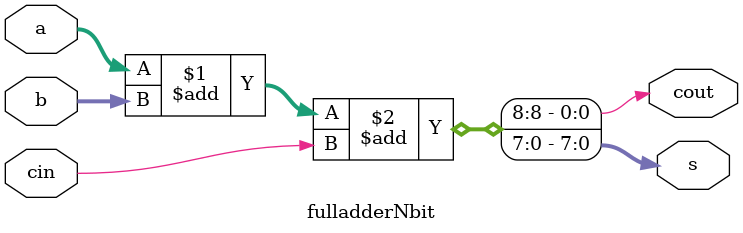
<source format=sv>
/*
 * Project name   :
 * File name      : fulladderNbit.sv
 * Created date   : Th08 01 2019
 * Author         : Van-Nam DINH 
 * Last modified  : Th08 01 2019 12:00
 * Desc           :
 */

module fulladderNbit #(parameter N = 8)
    (input  logic [N-1:0] a,b,
        input   logic   cin,
        output  logic [N-1:0]   s,
        output  logic   cout);
    assign{cout,s} = a+b+cin;
    endmodule

</source>
